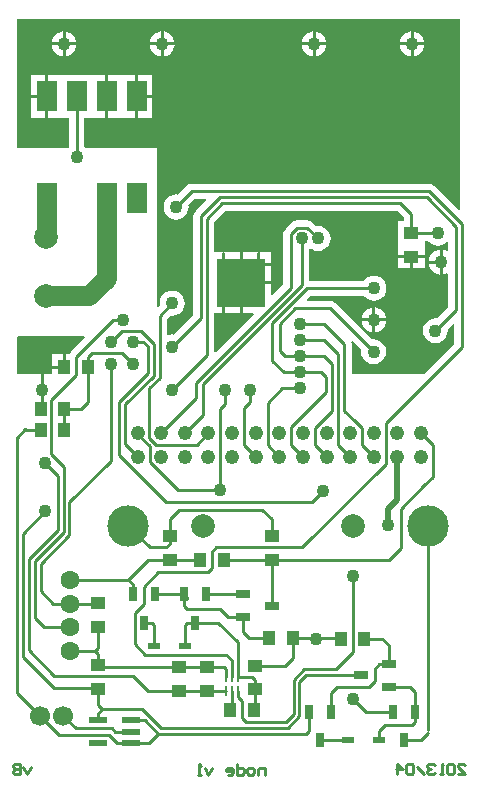
<source format=gbl>
%FSLAX25Y25*%
%MOIN*%
G70*
G01*
G75*
G04 Layer_Physical_Order=2*
G04 Layer_Color=16711680*
%ADD10R,0.05118X0.03937*%
%ADD11R,0.03937X0.05118*%
%ADD12R,0.00984X0.03347*%
%ADD13R,0.04724X0.10039*%
%ADD14R,0.04331X0.05906*%
%ADD15O,0.04724X0.00984*%
%ADD16O,0.00984X0.04724*%
%ADD17R,0.03937X0.01969*%
%ADD18R,0.07874X0.04724*%
%ADD19R,0.05118X0.04331*%
%ADD20R,0.05118X0.07874*%
%ADD21R,0.09055X0.07087*%
%ADD22C,0.00984*%
%ADD23C,0.01969*%
%ADD24C,0.01000*%
%ADD25R,0.70866X0.07874*%
%ADD26R,0.07874X0.35433*%
%ADD27R,0.07874X0.27559*%
%ADD28R,1.49606X0.07874*%
%ADD29R,0.07874X0.27559*%
%ADD30R,1.25984X0.07874*%
%ADD31C,0.04843*%
%ADD32C,0.07874*%
%ADD33C,0.13780*%
%ADD34C,0.06693*%
%ADD35R,0.16142X0.16142*%
%ADD36C,0.06299*%
%ADD37C,0.04331*%
%ADD38R,0.03150X0.05118*%
%ADD39R,0.05118X0.03150*%
%ADD40R,0.05906X0.02362*%
%ADD41R,0.06693X0.10236*%
%ADD42R,0.00984X0.03347*%
%ADD43R,0.03937X0.02362*%
%ADD44C,0.06693*%
G36*
X73992Y-64502D02*
X73530Y-64693D01*
X65404Y-56568D01*
X64590Y-56024D01*
X63630Y-55833D01*
X-15500D01*
X-16460Y-56024D01*
X-17274Y-56568D01*
X-20151Y-59444D01*
X-20700Y-59372D01*
X-21779Y-59514D01*
X-22785Y-59931D01*
X-23648Y-60593D01*
X-24311Y-61457D01*
X-24727Y-62463D01*
X-24870Y-63542D01*
X-24727Y-64621D01*
X-24311Y-65627D01*
X-23648Y-66490D01*
X-22785Y-67153D01*
X-21779Y-67569D01*
X-20700Y-67711D01*
X-19621Y-67569D01*
X-18615Y-67153D01*
X-17752Y-66490D01*
X-17089Y-65627D01*
X-16673Y-64621D01*
X-16531Y-63542D01*
X-16603Y-62993D01*
X-14461Y-60851D01*
X-10810D01*
X-10619Y-61313D01*
X-14243Y-64936D01*
X-14786Y-65750D01*
X-14977Y-66710D01*
Y-99572D01*
X-21450Y-106044D01*
X-21999Y-105972D01*
X-23078Y-106114D01*
X-23275Y-106196D01*
X-23691Y-105918D01*
Y-100882D01*
X-22548Y-99739D01*
X-21999Y-99811D01*
X-20920Y-99669D01*
X-19914Y-99253D01*
X-19051Y-98590D01*
X-18388Y-97727D01*
X-17972Y-96721D01*
X-17830Y-95642D01*
X-17972Y-94563D01*
X-18388Y-93557D01*
X-19051Y-92693D01*
X-19914Y-92031D01*
X-20920Y-91614D01*
X-21999Y-91472D01*
X-23078Y-91614D01*
X-24084Y-92031D01*
X-24948Y-92693D01*
X-25610Y-93557D01*
X-26027Y-94563D01*
X-26169Y-95642D01*
X-26096Y-96191D01*
X-26620Y-96715D01*
X-27082Y-96523D01*
X-27100Y-44200D01*
Y-43900D01*
X-50647D01*
X-50652Y-43893D01*
X-51391Y-43326D01*
Y-33728D01*
X-44400D01*
Y-26643D01*
Y-19555D01*
X-63400D01*
Y-26643D01*
Y-33728D01*
X-56409D01*
Y-43786D01*
X-56548Y-43893D01*
X-56553Y-43900D01*
X-73751D01*
Y-942D01*
X73992D01*
Y-64502D01*
D02*
G37*
G36*
X55191Y-67018D02*
Y-68268D01*
X53172D01*
Y-75788D01*
X53172Y-75788D01*
X53172D01*
X53172Y-76142D01*
X53172Y-76142D01*
X53172D01*
D01*
Y-79579D01*
X62227D01*
Y-76495D01*
X62228Y-76495D01*
X62227D01*
X62228Y-76142D01*
Y-76142D01*
Y-76142D01*
X62228D01*
X62228Y-76142D01*
X62227Y-75788D01*
X62228Y-75788D01*
X62227D01*
Y-74718D01*
X63282D01*
X63619Y-75158D01*
X64483Y-75820D01*
X65489Y-76237D01*
X66568Y-76379D01*
X67647Y-76237D01*
X68652Y-75820D01*
X69516Y-75158D01*
X69579Y-75076D01*
X70053Y-75236D01*
Y-78003D01*
X69637Y-78281D01*
X68752Y-77914D01*
X68172Y-77838D01*
Y-81943D01*
Y-86045D01*
X68752Y-85969D01*
X69637Y-85602D01*
X70053Y-85880D01*
Y-96841D01*
X66249Y-100645D01*
X65700Y-100572D01*
X64621Y-100714D01*
X63615Y-101131D01*
X62752Y-101793D01*
X62089Y-102657D01*
X61673Y-103663D01*
X61531Y-104742D01*
X61673Y-105821D01*
X62089Y-106826D01*
X62752Y-107690D01*
X63615Y-108353D01*
X64621Y-108769D01*
X65700Y-108911D01*
X66779Y-108769D01*
X67785Y-108353D01*
X68648Y-107690D01*
X69311Y-106826D01*
X69727Y-105821D01*
X69870Y-104742D01*
X69797Y-104192D01*
X71559Y-102431D01*
X72021Y-102622D01*
Y-109173D01*
X62052Y-119142D01*
X37862D01*
Y-109195D01*
X37745Y-108611D01*
X38186Y-108376D01*
X41003Y-111192D01*
X40931Y-111741D01*
X41073Y-112820D01*
X41489Y-113826D01*
X42152Y-114689D01*
X43015Y-115352D01*
X44021Y-115768D01*
X45100Y-115910D01*
X46179Y-115768D01*
X47185Y-115352D01*
X48048Y-114689D01*
X48711Y-113826D01*
X49127Y-112820D01*
X49270Y-111741D01*
X49127Y-110662D01*
X48711Y-109656D01*
X48048Y-108793D01*
X47185Y-108130D01*
X46179Y-107713D01*
X45100Y-107571D01*
X44551Y-107644D01*
X32375Y-95468D01*
X31561Y-94924D01*
X30601Y-94733D01*
X22980D01*
X22789Y-94271D01*
X23908Y-93151D01*
X41914D01*
X42252Y-93591D01*
X43115Y-94253D01*
X44121Y-94670D01*
X45200Y-94812D01*
X46279Y-94670D01*
X47285Y-94253D01*
X48148Y-93591D01*
X48811Y-92727D01*
X49227Y-91722D01*
X49369Y-90642D01*
X49227Y-89563D01*
X48811Y-88558D01*
X48148Y-87694D01*
X47285Y-87032D01*
X46279Y-86615D01*
X45200Y-86473D01*
X44121Y-86615D01*
X43115Y-87032D01*
X42252Y-87694D01*
X41914Y-88134D01*
X23709D01*
Y-77599D01*
X24157Y-77378D01*
X24515Y-77653D01*
X25521Y-78069D01*
X26600Y-78211D01*
X27679Y-78069D01*
X28685Y-77653D01*
X29548Y-76990D01*
X30211Y-76126D01*
X30627Y-75121D01*
X30770Y-74042D01*
X30627Y-72963D01*
X30211Y-71957D01*
X29548Y-71093D01*
X28685Y-70431D01*
X27679Y-70014D01*
X26600Y-69872D01*
X26051Y-69945D01*
X24732Y-68626D01*
X23918Y-68082D01*
X22958Y-67891D01*
X19692D01*
X18732Y-68082D01*
X17918Y-68626D01*
X15784Y-70759D01*
X15240Y-71573D01*
X15049Y-72533D01*
Y-89344D01*
X11474Y-92920D01*
X11012Y-92729D01*
Y-89242D01*
X1472D01*
Y-98781D01*
X4961D01*
X5153Y-99243D01*
X-7529Y-111925D01*
X-7991Y-111734D01*
Y-98781D01*
X-5206D01*
X-5433Y-98751D01*
Y-94646D01*
X-4433D01*
Y-98751D01*
X-4661Y-98781D01*
X472D01*
Y-98751D01*
Y-94646D01*
Y-88743D01*
Y-82837D01*
Y-78732D01*
Y-78702D01*
X-4661D01*
X-4433Y-78732D01*
Y-82837D01*
X-5433D01*
Y-78732D01*
X-5206Y-78702D01*
X-7991D01*
Y-68565D01*
X-4214Y-64788D01*
X52961D01*
X55191Y-67018D01*
D02*
G37*
G36*
X-51301Y-106500D02*
X-51110Y-106962D01*
X-55874Y-111726D01*
X-56334Y-112414D01*
X-57537D01*
Y-116943D01*
X-58036D01*
Y-117442D01*
X-61974D01*
Y-119142D01*
X-73751D01*
Y-106853D01*
X-73397Y-106500D01*
X-51301Y-106500D01*
D02*
G37*
%LPC*%
G36*
X67172Y-77838D02*
X66593Y-77914D01*
X65588Y-78331D01*
X64724Y-78993D01*
X64061Y-79857D01*
X63645Y-80863D01*
X63569Y-81442D01*
X67172D01*
Y-77838D01*
D02*
G37*
G36*
X11012Y-78702D02*
X7150D01*
X7378Y-78732D01*
Y-82336D01*
X10982D01*
X11012Y-82564D01*
Y-78702D01*
D02*
G37*
G36*
X62227Y-80579D02*
X58200D01*
Y-84016D01*
X62227D01*
Y-80579D01*
D02*
G37*
G36*
X-64400Y-27142D02*
X-69215D01*
Y-33728D01*
X-64400D01*
Y-27142D01*
D02*
G37*
G36*
X-28585D02*
X-33400D01*
Y-33728D01*
X-28585D01*
Y-27142D01*
D02*
G37*
G36*
X-34400Y-19555D02*
X-43400D01*
Y-26643D01*
Y-33728D01*
X-34400D01*
Y-26643D01*
Y-19555D01*
D02*
G37*
G36*
X49305Y-101642D02*
X45701D01*
Y-105245D01*
X46280Y-105169D01*
X47286Y-104753D01*
X48149Y-104090D01*
X48812Y-103226D01*
X49228Y-102221D01*
X49305Y-101642D01*
D02*
G37*
G36*
X44701Y-97038D02*
X44122Y-97114D01*
X43116Y-97531D01*
X42252Y-98193D01*
X41590Y-99057D01*
X41173Y-100063D01*
X41097Y-100642D01*
X44701D01*
Y-97038D01*
D02*
G37*
G36*
X-58537Y-112414D02*
X-61974D01*
Y-116442D01*
X-58537D01*
Y-112414D01*
D02*
G37*
G36*
X44701Y-101642D02*
X41097D01*
X41173Y-102221D01*
X41590Y-103226D01*
X42252Y-104090D01*
X43116Y-104753D01*
X44122Y-105169D01*
X44701Y-105245D01*
Y-101642D01*
D02*
G37*
G36*
X67172Y-82442D02*
X63569D01*
X63645Y-83021D01*
X64061Y-84026D01*
X64724Y-84890D01*
X65588Y-85553D01*
X66593Y-85969D01*
X67172Y-86045D01*
Y-82442D01*
D02*
G37*
G36*
X57200Y-80579D02*
X53172D01*
Y-84016D01*
X57200D01*
Y-80579D01*
D02*
G37*
G36*
X45701Y-97038D02*
Y-100642D01*
X49305D01*
X49228Y-100063D01*
X48812Y-99057D01*
X48149Y-98193D01*
X47286Y-97531D01*
X46280Y-97114D01*
X45701Y-97038D01*
D02*
G37*
G36*
X6605Y-78702D02*
X1472D01*
Y-78732D01*
Y-82837D01*
Y-88242D01*
X11012D01*
Y-83109D01*
X10982Y-83336D01*
X6877D01*
Y-82837D01*
X6378D01*
Y-78732D01*
X6605Y-78702D01*
D02*
G37*
G36*
X-64400Y-19555D02*
X-69215D01*
Y-26142D01*
X-64400D01*
Y-19555D01*
D02*
G37*
G36*
X57472Y-5038D02*
X56893Y-5114D01*
X55888Y-5531D01*
X55024Y-6193D01*
X54361Y-7057D01*
X53945Y-8063D01*
X53869Y-8642D01*
X57472D01*
Y-5038D01*
D02*
G37*
G36*
X58472D02*
Y-8642D01*
X62076D01*
X62000Y-8063D01*
X61583Y-7057D01*
X60921Y-6193D01*
X60057Y-5531D01*
X59052Y-5114D01*
X58472Y-5038D01*
D02*
G37*
G36*
X-25827D02*
X-26406Y-5114D01*
X-27411Y-5531D01*
X-28275Y-6193D01*
X-28938Y-7057D01*
X-29354Y-8063D01*
X-29430Y-8642D01*
X-25827D01*
Y-5038D01*
D02*
G37*
G36*
X-24827D02*
Y-8642D01*
X-21223D01*
X-21299Y-8063D01*
X-21716Y-7057D01*
X-22378Y-6193D01*
X-23242Y-5531D01*
X-24248Y-5114D01*
X-24827Y-5038D01*
D02*
G37*
G36*
X24772Y-5037D02*
X24193Y-5113D01*
X23188Y-5529D01*
X22324Y-6192D01*
X21662Y-7055D01*
X21245Y-8061D01*
X21169Y-8640D01*
X24772D01*
Y-5037D01*
D02*
G37*
G36*
X25772D02*
Y-8640D01*
X29376D01*
X29300Y-8061D01*
X28883Y-7055D01*
X28221Y-6192D01*
X27357Y-5529D01*
X26352Y-5113D01*
X25772Y-5037D01*
D02*
G37*
G36*
X-58528D02*
X-59107Y-5113D01*
X-60112Y-5529D01*
X-60976Y-6192D01*
X-61638Y-7055D01*
X-62055Y-8061D01*
X-62131Y-8640D01*
X-58528D01*
Y-5037D01*
D02*
G37*
G36*
X-57528D02*
Y-8640D01*
X-53924D01*
X-54000Y-8061D01*
X-54417Y-7055D01*
X-55079Y-6192D01*
X-55943Y-5529D01*
X-56948Y-5113D01*
X-57528Y-5037D01*
D02*
G37*
G36*
X29376Y-9640D02*
X25772D01*
Y-13244D01*
X26352Y-13168D01*
X27357Y-12751D01*
X28221Y-12088D01*
X28883Y-11225D01*
X29300Y-10219D01*
X29376Y-9640D01*
D02*
G37*
G36*
X-21223Y-9642D02*
X-24827D01*
Y-13245D01*
X-24248Y-13169D01*
X-23242Y-12753D01*
X-22378Y-12090D01*
X-21716Y-11226D01*
X-21299Y-10221D01*
X-21223Y-9642D01*
D02*
G37*
G36*
X57472D02*
X53869D01*
X53945Y-10221D01*
X54361Y-11226D01*
X55024Y-12090D01*
X55888Y-12753D01*
X56893Y-13169D01*
X57472Y-13245D01*
Y-9642D01*
D02*
G37*
G36*
X-28585Y-19555D02*
X-33400D01*
Y-26142D01*
X-28585D01*
Y-19555D01*
D02*
G37*
G36*
X-25827Y-9642D02*
X-29430D01*
X-29354Y-10221D01*
X-28938Y-11226D01*
X-28275Y-12090D01*
X-27411Y-12753D01*
X-26406Y-13169D01*
X-25827Y-13245D01*
Y-9642D01*
D02*
G37*
G36*
X-53924Y-9640D02*
X-57528D01*
Y-13244D01*
X-56948Y-13168D01*
X-55943Y-12751D01*
X-55079Y-12088D01*
X-54417Y-11225D01*
X-54000Y-10219D01*
X-53924Y-9640D01*
D02*
G37*
G36*
X24772D02*
X21169D01*
X21245Y-10219D01*
X21662Y-11225D01*
X22324Y-12088D01*
X23188Y-12751D01*
X24193Y-13168D01*
X24772Y-13244D01*
Y-9640D01*
D02*
G37*
G36*
X62076Y-9642D02*
X58472D01*
Y-13245D01*
X59052Y-13169D01*
X60057Y-12753D01*
X60921Y-12090D01*
X61583Y-11226D01*
X62000Y-10221D01*
X62076Y-9642D01*
D02*
G37*
G36*
X-58528Y-9640D02*
X-62131D01*
X-62055Y-10219D01*
X-61638Y-11225D01*
X-60976Y-12088D01*
X-60112Y-12751D01*
X-59107Y-13168D01*
X-58528Y-13244D01*
Y-9640D01*
D02*
G37*
%LPD*%
D10*
X5500Y-216405D02*
D03*
Y-224279D02*
D03*
X-19600Y-216905D02*
D03*
Y-224779D02*
D03*
X-10500Y-216905D02*
D03*
Y-224779D02*
D03*
X11100Y-173205D02*
D03*
Y-181079D02*
D03*
X-46728Y-216205D02*
D03*
Y-224079D02*
D03*
X-22900Y-173205D02*
D03*
Y-181079D02*
D03*
X-46827Y-195705D02*
D03*
Y-203579D02*
D03*
X57700Y-72205D02*
D03*
Y-80079D02*
D03*
D11*
X34135Y-207442D02*
D03*
X42009D02*
D03*
X-2637Y-231142D02*
D03*
X5237D02*
D03*
X-4863Y-181242D02*
D03*
X-12737D02*
D03*
X10363Y-207342D02*
D03*
X18237D02*
D03*
X-58037Y-116942D02*
D03*
X-50163D02*
D03*
X-65839Y-137742D02*
D03*
X-57965D02*
D03*
X-57963Y-130842D02*
D03*
X-65837D02*
D03*
D22*
X-54100Y-119642D02*
Y-113500D01*
X-41700Y-101100D01*
X-38500D01*
X-28168Y-119802D02*
Y-109089D01*
X-42400Y-108442D02*
X-38758Y-104800D01*
X-32458D01*
X-28168Y-109089D01*
X38372Y-211842D02*
Y-186442D01*
X18237Y-213777D02*
Y-207342D01*
X15609Y-216405D02*
X18237Y-213777D01*
X5500Y-216405D02*
X15609D01*
X42009Y-207442D02*
X47972D01*
X50224Y-209694D01*
Y-215902D02*
Y-209694D01*
X63400Y-237914D02*
Y-169842D01*
X32541Y-217673D02*
X38372Y-211842D01*
X21885Y-217673D02*
X32541D01*
X-3387Y-200182D02*
X1676D01*
X-6028Y-197542D02*
X-3387Y-200182D01*
X-17028Y-197542D02*
X-6028D01*
X-18140Y-196429D02*
X-17028Y-197542D01*
X-18140Y-196429D02*
Y-192617D01*
X-26711Y-239114D02*
X22628D01*
X23560Y-238182D01*
X-35600Y-242122D02*
X-35580Y-242142D01*
X-29739D01*
X-26711Y-239114D01*
X-31184Y-234642D02*
X-26711Y-239114D01*
X-46737Y-229505D02*
Y-223969D01*
X20400Y-233357D02*
Y-221942D01*
X16611Y-237146D02*
X20400Y-233357D01*
X-25896Y-237146D02*
X16611D01*
X-32100Y-230942D02*
X-25896Y-237146D01*
X18431Y-232542D02*
Y-221126D01*
X15796Y-235177D02*
X18431Y-232542D01*
X2657Y-235177D02*
X15796D01*
X1300Y-233820D02*
X2657Y-235177D01*
X1300Y-233820D02*
Y-228342D01*
X-35600Y-234642D02*
X-31184D01*
X-54106Y-237299D02*
X-42150D01*
X-58263Y-233142D02*
X-54106Y-237299D01*
X-42150D02*
X-41068Y-238382D01*
X-35600D01*
X-59814Y-239465D02*
X-42977D01*
X-40320Y-242122D01*
X-46728Y-216205D02*
X-46028Y-216905D01*
X-19600D01*
X-46827Y-210385D02*
Y-203579D01*
X-47905Y-211464D02*
X-46827Y-210385D01*
X-56000Y-211464D02*
X-47905D01*
X-46728Y-212642D01*
Y-216205D02*
Y-212642D01*
X-56000Y-195716D02*
X-46838D01*
X-61463Y-223879D02*
X-46828D01*
X-71800Y-213542D02*
X-61463Y-223879D01*
X-19600Y-216905D02*
X-10500D01*
X-4865D01*
X-4169Y-217601D01*
Y-220139D02*
Y-217601D01*
X-65837Y-130842D02*
X-65500Y-130505D01*
Y-124442D01*
X-57963Y-137740D02*
Y-130842D01*
X-52500D01*
X-70969Y-137642D02*
X-70868Y-137742D01*
X-65839D01*
X-50163Y-128505D02*
Y-116942D01*
X-52500Y-130842D02*
X-50163Y-128505D01*
X-73769Y-225510D02*
Y-140442D01*
X-70969Y-137642D01*
X-65100Y-116942D02*
X-58037D01*
X-65500Y-124442D02*
Y-117342D01*
X-65100Y-116942D01*
X-29568Y-148399D02*
X-19926Y-158042D01*
X-6000D01*
X-6200Y-158242D02*
X-6000Y-158042D01*
X-29568Y-148399D02*
Y-143364D01*
X-33545Y-139388D02*
X-29568Y-143364D01*
X-33545Y-139388D02*
Y-138910D01*
X1676Y-205317D02*
X3700Y-207342D01*
X10363D01*
X1676Y-205317D02*
Y-200182D01*
X11100Y-173205D02*
Y-167642D01*
X7887Y-164428D02*
X11100Y-167642D01*
X-19687Y-164428D02*
X7887D01*
X-22900Y-167642D02*
X-19687Y-164428D01*
X-22900Y-173205D02*
Y-167642D01*
Y-175942D02*
Y-173205D01*
X-24000Y-177042D02*
X-22900Y-175942D01*
X-29400Y-177042D02*
X-24000D01*
X-36600Y-169842D02*
X-29400Y-177042D01*
X-5946Y-157988D02*
Y-130942D01*
X-4300Y-129295D01*
Y-124442D01*
X3800Y-128630D02*
Y-124442D01*
X1888Y-142847D02*
Y-130542D01*
X3800Y-128630D01*
X-27302Y-142847D02*
X-13860D01*
X-9923Y-138910D01*
X-39669Y-146228D02*
X-23955Y-161942D01*
X24700D01*
X28400Y-158242D01*
X-73769Y-225510D02*
X-66137Y-233142D01*
X-59814Y-239465D01*
X1888Y-142847D02*
X5825Y-146784D01*
X-7278Y-177042D02*
X21300D01*
X74530Y-110212D02*
Y-69242D01*
X49132Y-135609D02*
X74530Y-110212D01*
X54100Y-164242D02*
X62000Y-156342D01*
X54100Y-177342D02*
Y-164242D01*
X50362Y-181079D02*
X54100Y-177342D01*
X49132Y-149209D02*
Y-135609D01*
X21300Y-177042D02*
X49132Y-149209D01*
X-8800Y-178563D02*
X-7278Y-177042D01*
X-8800Y-183920D02*
Y-178563D01*
X-10157Y-185277D02*
X-8800Y-183920D01*
X-31500Y-190136D02*
X-26641Y-185277D01*
X-31500Y-195844D02*
Y-190136D01*
X-34551Y-198896D02*
X-31500Y-195844D01*
X-26641Y-185277D02*
X-10157D01*
X1676Y-200182D02*
X2660D01*
X11100Y-181079D02*
X50362D01*
X-4701D02*
X11100D01*
X11124Y-181104D01*
Y-196442D02*
Y-181104D01*
X-42400Y-148142D02*
Y-115742D01*
X-50163Y-113505D02*
X-48758Y-112100D01*
X-50163Y-116942D02*
Y-113505D01*
X-62308Y-127850D02*
X-54100Y-119642D01*
X-62308Y-145984D02*
Y-127850D01*
X-22000Y-124442D02*
X-10500Y-112942D01*
X-21999Y-110142D02*
X-12468Y-100611D01*
X-26200Y-99843D02*
X-21999Y-95642D01*
X-26200Y-120618D02*
Y-99843D01*
X-35000Y-108442D02*
X-31600D01*
X-30137Y-109905D01*
Y-118942D02*
Y-109905D01*
X-32858Y-121663D02*
X-30137Y-118942D01*
X-32858Y-121708D02*
Y-121663D01*
X-37700Y-129334D02*
X-28168Y-119802D01*
X-29608Y-124026D02*
X-26200Y-120618D01*
X-38742Y-112100D02*
X-35100Y-115742D01*
X-48758Y-112100D02*
X-38742D01*
X19692Y-70400D02*
X22958D01*
X17558Y-72533D02*
X19692Y-70400D01*
X22958D02*
X26600Y-74042D01*
X72561Y-97880D02*
Y-70057D01*
X62814Y-60310D02*
X72561Y-70057D01*
X13900Y-102395D02*
X19054Y-97242D01*
X13900Y-111542D02*
Y-102395D01*
X22869Y-90642D02*
X45200D01*
X11400Y-102112D02*
X22869Y-90642D01*
X11400Y-114742D02*
Y-102112D01*
X-11700Y-122428D02*
X21200Y-89528D01*
Y-74042D01*
X-11700Y-132813D02*
Y-122428D01*
X17558Y-90383D02*
Y-72533D01*
X10520Y-97422D02*
X17558Y-90383D01*
X10520Y-97424D02*
Y-97422D01*
X-14100Y-122044D02*
X10520Y-97424D01*
X-14100Y-127339D02*
Y-122044D01*
X11400Y-114742D02*
X15300Y-118642D01*
X20700D01*
X30601Y-97242D02*
X45100Y-111741D01*
X19054Y-97242D02*
X30601D01*
X13900Y-111542D02*
X15600Y-113242D01*
X20700D01*
X-2200Y-217854D02*
Y-216942D01*
X-2200Y-216942D01*
Y-220139D02*
Y-216942D01*
X-34551Y-209318D02*
Y-198896D01*
X1676Y-200182D02*
X1800Y-200058D01*
X64880Y-153461D02*
Y-142847D01*
X62000Y-156342D02*
X64880Y-153461D01*
X60943Y-138910D02*
X64880Y-142847D01*
X-39669Y-146228D02*
Y-128518D01*
X-32858Y-121708D01*
X-56263Y-162005D02*
X-42400Y-148142D01*
X37321Y-138910D02*
X38210Y-138021D01*
X-56263Y-172773D02*
Y-162005D01*
X-65895Y-182404D02*
X-56263Y-172773D01*
X-65895Y-191542D02*
Y-182404D01*
Y-191542D02*
X-61721Y-195716D01*
X-56000D01*
X-62308Y-145984D02*
X-58232Y-150060D01*
Y-171957D02*
Y-150060D01*
X-67863Y-181589D02*
X-58232Y-171957D01*
X-67863Y-200442D02*
Y-181589D01*
Y-200442D02*
X-64715Y-203590D01*
X-56000D01*
X-22900Y-181079D02*
X-12900D01*
X-23063Y-181242D02*
X-22900Y-181079D01*
X-30000Y-181242D02*
X-23063D01*
X-36600Y-187842D02*
X-30000Y-181242D01*
X-35240Y-192617D02*
Y-189202D01*
X-36600Y-187842D02*
X-35240Y-189202D01*
X-56000Y-187842D02*
X-36600D01*
X1591Y-192617D02*
X1676Y-192702D01*
X-10660Y-192617D02*
X1591D01*
X-17200Y-194142D02*
Y-193558D01*
X-18140Y-192617D02*
X-17200Y-193558D01*
X-27760Y-192617D02*
X-18140D01*
X-231Y-220139D02*
Y-208710D01*
X5500Y-224279D02*
Y-221142D01*
X4497Y-220139D02*
X5500Y-221142D01*
X-231Y-220139D02*
X4497D01*
X-14400Y-202066D02*
X-6876D01*
X-231Y-208710D01*
X5500Y-231005D02*
X5637Y-231142D01*
X4937Y-224279D02*
X5500D01*
X-10500Y-224779D02*
X-4202D01*
X-19600D02*
X-10500D01*
X-29963D02*
X-19600D01*
X-35000Y-219742D02*
X-29963Y-224779D01*
X-61300Y-219742D02*
X-35000D01*
X-69832Y-211210D02*
X-61300Y-219742D01*
X-69832Y-211210D02*
Y-180773D01*
X-60200Y-171142D01*
X-71800Y-213542D02*
Y-172442D01*
X-60200Y-171142D02*
Y-153242D01*
X-64400Y-149042D02*
X-60200Y-153242D01*
X-71800Y-172442D02*
X-64400Y-165042D01*
X-45300Y-230942D02*
X-32100D01*
X-46737Y-229505D02*
X-45300Y-230942D01*
X20400Y-221942D02*
X22700Y-219642D01*
X40776D01*
X63400Y-169842D02*
X64700D01*
X48600Y-216542D02*
X49584D01*
X50224Y-215902D01*
X23560Y-238182D02*
Y-231717D01*
X-40320Y-242122D02*
X-35600D01*
X-53900Y-46542D02*
Y-26642D01*
Y-46542D02*
X-53600Y-46842D01*
X41258Y-142847D02*
X45195Y-146784D01*
X20700Y-107842D02*
X28600D01*
X33384Y-112626D01*
Y-142847D02*
Y-112626D01*
Y-142847D02*
X37321Y-146784D01*
X20700Y-113242D02*
X28700D01*
X25510Y-142847D02*
X29447Y-146784D01*
X35353Y-131395D02*
Y-109195D01*
X28600Y-102442D02*
X35353Y-109195D01*
X20700Y-102442D02*
X28600D01*
X31316Y-131526D02*
Y-115858D01*
X28700Y-113242D02*
X31316Y-115858D01*
X17636Y-142847D02*
X21573Y-146784D01*
X17636Y-142847D02*
Y-136805D01*
X29300Y-125142D01*
Y-120242D01*
X27700Y-118642D02*
X29300Y-120242D01*
X20700Y-118642D02*
X27700D01*
X41258Y-142847D02*
Y-137279D01*
X38952Y-134973D02*
X41258Y-137279D01*
X38932Y-134973D02*
X38952D01*
X35353Y-131395D02*
X38932Y-134973D01*
X25510Y-142847D02*
Y-137279D01*
X27817Y-134973D01*
X27869D01*
X31316Y-131526D01*
X9762Y-142847D02*
X13699Y-146784D01*
X9762Y-142847D02*
Y-128879D01*
X14600Y-124042D01*
X20700D01*
X-25671Y-138910D02*
X-14100Y-127339D01*
X-17797Y-138910D02*
X-11700Y-132813D01*
X-37700Y-142629D02*
X-33545Y-146784D01*
X-37700Y-142629D02*
Y-129334D01*
X-29608Y-140541D02*
X-27302Y-142847D01*
X-29608Y-140541D02*
Y-124026D01*
X-46800Y-232442D02*
X-45300Y-230942D01*
X-46800Y-234465D02*
Y-232442D01*
Y-234465D02*
X-46624Y-234642D01*
X-2200Y-230705D02*
Y-224745D01*
X-2637Y-231142D02*
X-2200Y-230705D01*
X-231Y-226810D02*
Y-224745D01*
Y-226810D02*
X1300Y-228342D01*
X5500Y-231005D02*
Y-224279D01*
X18431Y-221126D02*
X21885Y-217673D01*
X-20700Y-63542D02*
X-15500Y-58342D01*
X-6069Y-60310D02*
X62814D01*
X-12468Y-66710D02*
X-6069Y-60310D01*
X-12468Y-100611D02*
Y-66710D01*
X-10500Y-67526D02*
X-5253Y-62279D01*
X-10500Y-112942D02*
Y-67526D01*
X57705Y-72209D02*
X66568D01*
X57700Y-72205D02*
X57705Y-72209D01*
X57700Y-72205D02*
Y-65979D01*
X54000Y-62279D02*
X57700Y-65979D01*
X-5253Y-62279D02*
X54000D01*
X-15500Y-58342D02*
X63630D01*
X74530Y-69242D01*
X65700Y-104742D02*
X72561Y-97880D01*
X27300Y-241166D02*
X36578D01*
X55172Y-241266D02*
X60948D01*
X63400Y-238814D01*
X50224Y-223382D02*
X57113D01*
X58913Y-225182D01*
Y-231817D02*
Y-225182D01*
X46847Y-241199D02*
Y-238167D01*
X48872Y-236142D01*
X57872D01*
X58913Y-235102D01*
Y-231817D01*
X47013Y-215902D02*
X50224D01*
X45472Y-217442D02*
X47013Y-215902D01*
X-34551Y-209318D02*
X-31128Y-212742D01*
X-4028D01*
X-2200Y-214569D01*
Y-216942D02*
Y-214569D01*
X-28089Y-209899D02*
Y-202780D01*
X-28803Y-202066D02*
X-28089Y-202780D01*
X-31500Y-202066D02*
X-28803D01*
X-17152D02*
X-14400D01*
X-17853Y-202767D02*
X-17152Y-202066D01*
X-17853Y-209899D02*
Y-202767D01*
X31040Y-231717D02*
Y-225474D01*
X33072Y-223442D01*
X43472D01*
X45472Y-221442D01*
Y-217442D01*
X42648Y-231817D02*
X51432D01*
X38372Y-227542D02*
X42648Y-231817D01*
X18237Y-207342D02*
X34035D01*
X8872Y-252742D02*
Y-250380D01*
X7101D01*
X6511Y-250971D01*
Y-252742D01*
X4740D02*
X3559D01*
X2969Y-252151D01*
Y-250971D01*
X3559Y-250380D01*
X4740D01*
X5330Y-250971D01*
Y-252151D01*
X4740Y-252742D01*
X-573Y-249200D02*
Y-252742D01*
X1198D01*
X1788Y-252151D01*
Y-250971D01*
X1198Y-250380D01*
X-573D01*
X-3525Y-252742D02*
X-2344D01*
X-1754Y-252151D01*
Y-250971D01*
X-2344Y-250380D01*
X-3525D01*
X-4115Y-250971D01*
Y-251561D01*
X-1754D01*
X-8838Y-250380D02*
X-10019Y-252742D01*
X-11200Y-250380D01*
X-12381Y-252742D02*
X-13561D01*
X-12971D01*
Y-249200D01*
X-12381Y-249790D01*
X-69228Y-250280D02*
X-70408Y-252642D01*
X-71589Y-250280D01*
X-72770Y-249100D02*
Y-252642D01*
X-74541D01*
X-75131Y-252051D01*
Y-251461D01*
X-74541Y-250871D01*
X-72770D01*
X-74541D01*
X-75131Y-250280D01*
Y-249690D01*
X-74541Y-249100D01*
X-72770D01*
X73111Y-252642D02*
X75472D01*
X73111Y-250280D01*
Y-249690D01*
X73701Y-249100D01*
X74882D01*
X75472Y-249690D01*
X71930D02*
X71340Y-249100D01*
X70159D01*
X69569Y-249690D01*
Y-252051D01*
X70159Y-252642D01*
X71340D01*
X71930Y-252051D01*
Y-249690D01*
X68388Y-252642D02*
X67207D01*
X67798D01*
Y-249100D01*
X68388Y-249690D01*
X65436D02*
X64846Y-249100D01*
X63665D01*
X63075Y-249690D01*
Y-250280D01*
X63665Y-250871D01*
X64256D01*
X63665D01*
X63075Y-251461D01*
Y-252051D01*
X63665Y-252642D01*
X64846D01*
X65436Y-252051D01*
X61894Y-252642D02*
X59533Y-250280D01*
X58352Y-249690D02*
X57762Y-249100D01*
X56581D01*
X55991Y-249690D01*
Y-252051D01*
X56581Y-252642D01*
X57762D01*
X58352Y-252051D01*
Y-249690D01*
X53039Y-252642D02*
Y-249100D01*
X54810Y-250871D01*
X52448D01*
D23*
X50000Y-169642D02*
Y-164142D01*
X53069Y-161073D01*
Y-146784D01*
D31*
X-33545D02*
D03*
Y-138910D02*
D03*
X-25671Y-146784D02*
D03*
Y-138910D02*
D03*
X-17797Y-146784D02*
D03*
Y-138910D02*
D03*
X-9923Y-146784D02*
D03*
Y-138910D02*
D03*
X-2049Y-146784D02*
D03*
Y-138910D02*
D03*
X5825Y-146784D02*
D03*
Y-138910D02*
D03*
X13699Y-146784D02*
D03*
Y-138910D02*
D03*
X21573Y-146784D02*
D03*
Y-138910D02*
D03*
X29447Y-146784D02*
D03*
Y-138910D02*
D03*
X37321Y-146784D02*
D03*
Y-138910D02*
D03*
X45195Y-146784D02*
D03*
Y-138910D02*
D03*
X53069Y-146784D02*
D03*
Y-138910D02*
D03*
X60943Y-146784D02*
D03*
Y-138910D02*
D03*
D32*
X38400Y-169842D02*
D03*
X-11600D02*
D03*
X-64000Y-93184D02*
D03*
Y-73499D02*
D03*
D33*
X63400Y-169842D02*
D03*
X-36600D02*
D03*
D34*
X-66137Y-233142D02*
D03*
X-58263D02*
D03*
D35*
X972Y-88742D02*
D03*
D36*
X-56000Y-211464D02*
D03*
Y-203590D02*
D03*
Y-195716D02*
D03*
Y-187842D02*
D03*
D37*
X26072Y-207442D02*
D03*
X67672Y-81942D02*
D03*
X57972Y-9142D02*
D03*
X25272Y-9140D02*
D03*
X-25327Y-9142D02*
D03*
X-58028Y-9140D02*
D03*
X-65500Y-124442D02*
D03*
X-6000Y-158042D02*
D03*
X50000Y-169642D02*
D03*
X65700Y-104742D02*
D03*
X45100Y-111741D02*
D03*
X45200Y-90642D02*
D03*
X66568Y-72209D02*
D03*
X-20700Y-63542D02*
D03*
X28400Y-158242D02*
D03*
X3800Y-124442D02*
D03*
X-4300D02*
D03*
X20700Y-124042D02*
D03*
Y-118642D02*
D03*
Y-113242D02*
D03*
Y-107842D02*
D03*
Y-102442D02*
D03*
X26600Y-74042D02*
D03*
X21200D02*
D03*
X-42400Y-115742D02*
D03*
X-38500Y-101100D02*
D03*
X-35100Y-115742D02*
D03*
X-64400Y-149042D02*
D03*
Y-165042D02*
D03*
X6878Y-82836D02*
D03*
Y-88742D02*
D03*
Y-94647D02*
D03*
X972D02*
D03*
X-4933Y-88742D02*
D03*
Y-82836D02*
D03*
Y-94647D02*
D03*
X972Y-82836D02*
D03*
X-53600Y-46842D02*
D03*
X-42400Y-108442D02*
D03*
X-22000Y-124442D02*
D03*
X-21999Y-95642D02*
D03*
X-35000Y-108442D02*
D03*
X-21999Y-110142D02*
D03*
X38372Y-186442D02*
D03*
X45201Y-101142D02*
D03*
X38372Y-227542D02*
D03*
D38*
X23560Y-231717D02*
D03*
X31040D02*
D03*
X27300Y-241166D02*
D03*
X51432Y-231817D02*
D03*
X58913D02*
D03*
X55172Y-241266D02*
D03*
X-18140Y-192617D02*
D03*
X-10660D02*
D03*
X-14400Y-202066D02*
D03*
X-35240Y-192617D02*
D03*
X-27760D02*
D03*
X-31500Y-202066D02*
D03*
D39*
X50224Y-215902D02*
D03*
Y-223382D02*
D03*
X40776Y-219642D02*
D03*
X1676Y-200182D02*
D03*
Y-192702D02*
D03*
X11124Y-196442D02*
D03*
D40*
X-46624Y-234642D02*
D03*
Y-242122D02*
D03*
X-35600D02*
D03*
Y-238382D02*
D03*
Y-234642D02*
D03*
D41*
X-33900Y-60500D02*
D03*
X-63900Y-26642D02*
D03*
X-53900D02*
D03*
X-43900D02*
D03*
X-33900D02*
D03*
X-63900Y-60500D02*
D03*
X-43900D02*
D03*
D42*
X-231Y-220139D02*
D03*
X-2200D02*
D03*
X-4169D02*
D03*
Y-224745D02*
D03*
X-2200D02*
D03*
X-231D02*
D03*
D43*
X46847Y-241199D02*
D03*
X36611D02*
D03*
X-17853Y-209899D02*
D03*
X-28089D02*
D03*
D44*
X-63900Y-73399D02*
Y-60500D01*
X-64000Y-73499D02*
X-63900Y-73399D01*
X-43900Y-87442D02*
Y-60500D01*
X-49643Y-93184D02*
X-43900Y-87442D01*
X-64000Y-93184D02*
X-49643D01*
M02*

</source>
